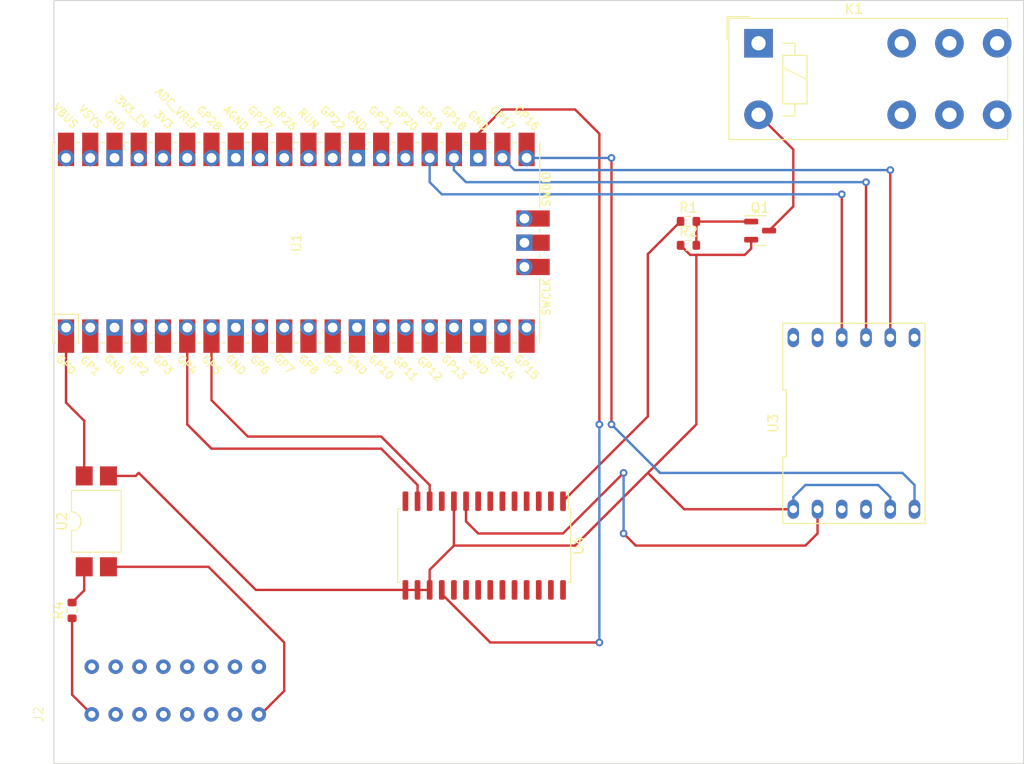
<source format=kicad_pcb>
(kicad_pcb (version 20221018) (generator pcbnew)
  (layers (0 "F.Cu" signal) (31 "B.Cu" signal) (34 "B.Paste" user) (35 "F.Paste" user) (36 "B.SilkS" user "B.Silkscreen") (37 "F.SilkS" user "F.Silkscreen") (38 "B.Mask" user) (39 "F.Mask" user) (44 "Edge.Cuts" user))
  (net 0 "")
  (net 1 "Net-(J2-io-Pad1)")
  (net 42 "Net-(J2-io-Pad8)")
  (net 49 "VCC")
  (net 50 "Net-(Q1-D)")
  (net 51 "Net-(Q1-G)")
  (net 52 "GND")
  (net 53 "Net-(U4-GPB0)")
  (net 54 "Net-(U1-GPIO0)")
  (net 55 "Net-(U1-GPIO4)")
  (net 56 "Net-(U1-GPIO5)")
  (net 57 "Net-(U4-~{RESET})")
  (net 58 "Net-(R4-Pad2)")
  (net 78 "Net-(U1-GPIO16)")
  (net 79 "Net-(U1-GPIO17)")
  (net 80 "Net-(U1-GPIO18)")
  (net 81 "Net-(U1-GPIO19)")
  (footprint "Resistor_SMD:R_0603_1608Metric" (layer "F.Cu") (at 51.435 103.315 90)
    (fp_text reference "R4" (at 0 -1.43 90) (layer "F.SilkS"))
    (fp_text value "R")
    (fp_line (start -0.237258 -0.5225) (end 0.237258 -0.5225) (stroke (width 0.12)) (layer "F.SilkS"))
    (fp_line (start -0.237258 0.5225) (end 0.237258 0.5225) (stroke (width 0.12)) (layer "F.SilkS"))
    (pad "1" smd roundrect (at -0.825 0 90) (size 0.8 0.95) (layers "F.Cu" "F.Paste" "F.Mask") (net 1 "Net-(J2-io-Pad1)"))
    (pad "2" smd roundrect (at 0.825 0 90) (size 0.8 0.95) (layers "F.Cu" "F.Paste" "F.Mask") (net 58 "Net-(R4-Pad2)"))
  )
  (footprint "pi_pico:RPi_Pico_SMD_TH" (layer "F.Cu") (at 74.93 64.77 90)
    (fp_text reference "U1" (at 0 0 90) (layer "F.SilkS"))
    (fp_text value "Pico")
    (fp_text user "GP4" (at -12.8 -11.43 135) (layer "F.SilkS") (effects (font (size 0.8 0.8))))
    (fp_text user "GP1" (at -12.9 -21.6 135) (layer "F.SilkS") (effects (font (size 0.8 0.8))))
    (fp_text user "SWCLK" (at -5.7 26.2 90) (layer "F.SilkS") (effects (font (size 0.8 0.8))))
    (fp_text user "GND" (at -12.8 19.05 135) (layer "F.SilkS") (effects (font (size 0.8 0.8))))
    (fp_text user "ADC_VREF" (at 14 -12.5 135) (layer "F.SilkS") (effects (font (size 0.8 0.8))))
    (fp_text user "3V3_EN" (at 13.7 -17.2 135) (layer "F.SilkS") (effects (font (size 0.8 0.8))))
    (fp_text user "3V3" (at 12.9 -13.9 135) (layer "F.SilkS") (effects (font (size 0.8 0.8))))
    (fp_text user "GP5" (at -12.8 -8.89 135) (layer "F.SilkS") (effects (font (size 0.8 0.8))))
    (fp_text user "GP9" (at -12.8 3.81 135) (layer "F.SilkS") (effects (font (size 0.8 0.8))))
    (fp_text user "GND" (at 12.8 19.05 135) (layer "F.SilkS") (effects (font (size 0.8 0.8))))
    (fp_text user "GP7" (at -12.7 -1.3 135) (layer "F.SilkS") (effects (font (size 0.8 0.8))))
    (fp_text user "GP16" (at 13.054 24.13 135) (layer "F.SilkS") (effects (font (size 0.8 0.8))))
    (fp_text user "SWDIO" (at 5.6 26.2 90) (layer "F.SilkS") (effects (font (size 0.8 0.8))))
    (fp_text user "VBUS" (at 13.3 -24.2 135) (layer "F.SilkS") (effects (font (size 0.8 0.8))))
    (fp_text user "GP19" (at 13.054 13.97 135) (layer "F.SilkS") (effects (font (size 0.8 0.8))))
    (fp_text user "GP21" (at 13.054 8.9 135) (layer "F.SilkS") (effects (font (size 0.8 0.8))))
    (fp_text user "GP18" (at 13.054 16.51 135) (layer "F.SilkS") (effects (font (size 0.8 0.8))))
    (fp_text user "GP3" (at -12.8 -13.97 135) (layer "F.SilkS") (effects (font (size 0.8 0.8))))
    (fp_text user "GND" (at -12.8 6.35 135) (layer "F.SilkS") (effects (font (size 0.8 0.8))))
    (fp_text user "GND" (at -12.8 -6.35 135) (layer "F.SilkS") (effects (font (size 0.8 0.8))))
    (fp_text user "GP28" (at 13.054 -9.144 135) (layer "F.SilkS") (effects (font (size 0.8 0.8))))
    (fp_text user "GP10" (at -13.054 8.89 135) (layer "F.SilkS") (effects (font (size 0.8 0.8))))
    (fp_text user "GP27" (at 13.054 -3.8 135) (layer "F.SilkS") (effects (font (size 0.8 0.8))))
    (fp_text user "GP15" (at -13.054 24.13 135) (layer "F.SilkS") (effects (font (size 0.8 0.8))))
    (fp_text user "GND" (at -12.8 -19.05 135) (layer "F.SilkS") (effects (font (size 0.8 0.8))))
    (fp_text user "GP14" (at -13.1 21.59 135) (layer "F.SilkS") (effects (font (size 0.8 0.8))))
    (fp_text user "GP11" (at -13.2 11.43 135) (layer "F.SilkS") (effects (font (size 0.8 0.8))))
    (fp_text user "GP2" (at -12.9 -16.51 135) (layer "F.SilkS") (effects (font (size 0.8 0.8))))
    (fp_text user "VSYS" (at 13.2 -21.59 135) (layer "F.SilkS") (effects (font (size 0.8 0.8))))
    (fp_text user "GP26" (at 13.054 -1.27 135) (layer "F.SilkS") (effects (font (size 0.8 0.8))))
    (fp_text user "GND" (at 12.8 6.35 135) (layer "F.SilkS") (effects (font (size 0.8 0.8))))
    (fp_text user "GP17" (at 13.054 21.59 135) (layer "F.SilkS") (effects (font (size 0.8 0.8))))
    (fp_text user "RUN" (at 13 1.27 135) (layer "F.SilkS") (effects (font (size 0.8 0.8))))
    (fp_text user "GP22" (at 13.054 3.81 135) (layer "F.SilkS") (effects (font (size 0.8 0.8))))
    (fp_text user "GP13" (at -13.054 16.51 135) (layer "F.SilkS") (effects (font (size 0.8 0.8))))
    (fp_text user "GP20" (at 13.054 11.43 135) (layer "F.SilkS") (effects (font (size 0.8 0.8))))
    (fp_text user "AGND" (at 13.054 -6.35 135) (layer "F.SilkS") (effects (font (size 0.8 0.8))))
    (fp_text user "GP8" (at -12.8 1.27 135) (layer "F.SilkS") (effects (font (size 0.8 0.8))))
    (fp_text user "GP6" (at -12.8 -3.81 135) (layer "F.SilkS") (effects (font (size 0.8 0.8))))
    (fp_text user "GND" (at 12.8 -19.05 135) (layer "F.SilkS") (effects (font (size 0.8 0.8))))
    (fp_text user "GP12" (at -13.2 13.97 135) (layer "F.SilkS") (effects (font (size 0.8 0.8))))
    (fp_text user "GP0" (at -12.8 -24.13 135) (layer "F.SilkS") (effects (font (size 0.8 0.8))))
    (fp_line (start -10.5 -25.5) (end -10.5 -25.2) (stroke (width 0.12)) (layer "F.SilkS"))
    (fp_line (start -10.5 -25.5) (end 10.5 -25.5) (stroke (width 0.12)) (layer "F.SilkS"))
    (fp_line (start -10.5 -23.1) (end -10.5 -22.7) (stroke (width 0.12)) (layer "F.SilkS"))
    (fp_line (start -10.5 -22.833) (end -7.493 -22.833) (stroke (width 0.12)) (layer "F.SilkS"))
    (fp_line (start -10.5 -20.5) (end -10.5 -20.1) (stroke (width 0.12)) (layer "F.SilkS"))
    (fp_line (start -10.5 -18) (end -10.5 -17.6) (stroke (width 0.12)) (layer "F.SilkS"))
    (fp_line (start -10.5 -15.4) (end -10.5 -15) (stroke (width 0.12)) (layer "F.SilkS"))
    (fp_line (start -10.5 -12.9) (end -10.5 -12.5) (stroke (width 0.12)) (layer "F.SilkS"))
    (fp_line (start -10.5 -10.4) (end -10.5 -10) (stroke (width 0.12)) (layer "F.SilkS"))
    (fp_line (start -10.5 -7.8) (end -10.5 -7.4) (stroke (width 0.12)) (layer "F.SilkS"))
    (fp_line (start -10.5 -5.3) (end -10.5 -4.9) (stroke (width 0.12)) (layer "F.SilkS"))
    (fp_line (start -10.5 -2.7) (end -10.5 -2.3) (stroke (width 0.12)) (layer "F.SilkS"))
    (fp_line (start -10.5 -0.2) (end -10.5 0.2) (stroke (width 0.12)) (layer "F.SilkS"))
    (fp_line (start -10.5 2.3) (end -10.5 2.7) (stroke (width 0.12)) (layer "F.SilkS"))
    (fp_line (start -10.5 4.9) (end -10.5 5.3) (stroke (width 0.12)) (layer "F.SilkS"))
    (fp_line (start -10.5 7.4) (end -10.5 7.8) (stroke (width 0.12)) (layer "F.SilkS"))
    (fp_line (start -10.5 10) (end -10.5 10.4) (stroke (width 0.12)) (layer "F.SilkS"))
    (fp_line (start -10.5 12.5) (end -10.5 12.9) (stroke (width 0.12)) (layer "F.SilkS"))
    (fp_line (start -10.5 15.1) (end -10.5 15.5) (stroke (width 0.12)) (layer "F.SilkS"))
    (fp_line (start -10.5 17.6) (end -10.5 18) (stroke (width 0.12)) (layer "F.SilkS"))
    (fp_line (start -10.5 20.1) (end -10.5 20.5) (stroke (width 0.12)) (layer "F.SilkS"))
    (fp_line (start -10.5 22.7) (end -10.5 23.1) (stroke (width 0.12)) (layer "F.SilkS"))
    (fp_line (start -7.493 -22.833) (end -7.493 -25.5) (stroke (width 0.12)) (layer "F.SilkS"))
    (fp_line (start -3.7 25.5) (end -10.5 25.5) (stroke (width 0.12)) (layer "F.SilkS"))
    (fp_line (start -1.5 25.5) (end -1.1 25.5) (stroke (width 0.12)) (layer "F.SilkS"))
    (fp_line (start 1.1 25.5) (end 1.5 25.5) (stroke (width 0.12)) (layer "F.SilkS"))
    (fp_line (start 10.5 -25.5) (end 10.5 -25.2) (stroke (width 0.12)) (layer "F.SilkS"))
    (fp_line (start 10.5 -23.1) (end 10.5 -22.7) (stroke (width 0.12)) (layer "F.SilkS"))
    (fp_line (start 10.5 -20.5) (end 10.5 -20.1) (stroke (width 0.12)) (layer "F.SilkS"))
    (fp_line (start 10.5 -18) (end 10.5 -17.6) (stroke (width 0.12)) (layer "F.SilkS"))
    (fp_line (start 10.5 -15.4) (end 10.5 -15) (stroke (width 0.12)) (layer "F.SilkS"))
    (fp_line (start 10.5 -12.9) (end 10.5 -12.5) (stroke (width 0.12)) (layer "F.SilkS"))
    (fp_line (start 10.5 -10.4) (end 10.5 -10) (stroke (width 0.12)) (layer "F.SilkS"))
    (fp_line (start 10.5 -7.8) (end 10.5 -7.4) (stroke (width 0.12)) (layer "F.SilkS"))
    (fp_line (start 10.5 -5.3) (end 10.5 -4.9) (stroke (width 0.12)) (layer "F.SilkS"))
    (fp_line (start 10.5 -2.7) (end 10.5 -2.3) (stroke (width 0.12)) (layer "F.SilkS"))
    (fp_line (start 10.5 -0.2) (end 10.5 0.2) (stroke (width 0.12)) (layer "F.SilkS"))
    (fp_line (start 10.5 2.3) (end 10.5 2.7) (stroke (width 0.12)) (layer "F.SilkS"))
    (fp_line (start 10.5 4.9) (end 10.5 5.3) (stroke (width 0.12)) (layer "F.SilkS"))
    (fp_line (start 10.5 7.4) (end 10.5 7.8) (stroke (width 0.12)) (layer "F.SilkS"))
    (fp_line (start 10.5 10) (end 10.5 10.4) (stroke (width 0.12)) (layer "F.SilkS"))
    (fp_line (start 10.5 12.5) (end 10.5 12.9) (stroke (width 0.12)) (layer "F.SilkS"))
    (fp_line (start 10.5 15.1) (end 10.5 15.5) (stroke (width 0.12)) (layer "F.SilkS"))
    (fp_line (start 10.5 17.6) (end 10.5 18) (stroke (width 0.12)) (layer "F.SilkS"))
    (fp_line (start 10.5 20.1) (end 10.5 20.5) (stroke (width 0.12)) (layer "F.SilkS"))
    (fp_line (start 10.5 22.7) (end 10.5 23.1) (stroke (width 0.12)) (layer "F.SilkS"))
    (fp_line (start 10.5 25.5) (end 3.7 25.5) (stroke (width 0.12)) (layer "F.SilkS"))
    (pad "" np_thru_hole oval (at -2.725 -24 90) (size 1.8 1.8) (drill 1.8) (layers "*.Cu" "*.Mask"))
    (pad "" np_thru_hole oval (at -2.425 -20.97 90) (size 1.5 1.5) (drill 1.5) (layers "*.Cu" "*.Mask"))
    (pad "" np_thru_hole oval (at 2.425 -20.97 90) (size 1.5 1.5) (drill 1.5) (layers "*.Cu" "*.Mask"))
    (pad "" np_thru_hole oval (at 2.725 -24 90) (size 1.8 1.8) (drill 1.8) (layers "*.Cu" "*.Mask"))
    (pad "1" thru_hole oval (at -8.89 -24.13 90) (size 1.7 1.7) (drill 1.02) (layers "*.Cu" "*.Mask") (net 54 "Net-(U1-GPIO0)"))
    (pad "1" smd rect (at -8.89 -24.13 90) (size 3.5 1.7) (drill (offset -0.9 0)) (layers "F.Cu" "F.Mask") (net 54 "Net-(U1-GPIO0)"))
    (pad "2" thru_hole oval (at -8.89 -21.59 90) (size 1.7 1.7) (drill 1.02) (layers "*.Cu" "*.Mask"))
    (pad "2" smd rect (at -8.89 -21.59 90) (size 3.5 1.7) (drill (offset -0.9 0)) (layers "F.Cu" "F.Mask"))
    (pad "3" thru_hole rect (at -8.89 -19.05 90) (size 1.7 1.7) (drill 1.02) (layers "*.Cu" "*.Mask"))
    (pad "3" smd rect (at -8.89 -19.05 90) (size 3.5 1.7) (drill (offset -0.9 0)) (layers "F.Cu" "F.Mask"))
    (pad "4" thru_hole oval (at -8.89 -16.51 90) (size 1.7 1.7) (drill 1.02) (layers "*.Cu" "*.Mask"))
    (pad "4" smd rect (at -8.89 -16.51 90) (size 3.5 1.7) (drill (offset -0.9 0)) (layers "F.Cu" "F.Mask"))
    (pad "5" thru_hole oval (at -8.89 -13.97 90) (size 1.7 1.7) (drill 1.02) (layers "*.Cu" "*.Mask"))
    (pad "5" smd rect (at -8.89 -13.97 90) (size 3.5 1.7) (drill (offset -0.9 0)) (layers "F.Cu" "F.Mask"))
    (pad "6" thru_hole oval (at -8.89 -11.43 90) (size 1.7 1.7) (drill 1.02) (layers "*.Cu" "*.Mask") (net 55 "Net-(U1-GPIO4)"))
    (pad "6" smd rect (at -8.89 -11.43 90) (size 3.5 1.7) (drill (offset -0.9 0)) (layers "F.Cu" "F.Mask") (net 55 "Net-(U1-GPIO4)"))
    (pad "7" thru_hole oval (at -8.89 -8.89 90) (size 1.7 1.7) (drill 1.02) (layers "*.Cu" "*.Mask") (net 56 "Net-(U1-GPIO5)"))
    (pad "7" smd rect (at -8.89 -8.89 90) (size 3.5 1.7) (drill (offset -0.9 0)) (layers "F.Cu" "F.Mask") (net 56 "Net-(U1-GPIO5)"))
    (pad "8" thru_hole rect (at -8.89 -6.35 90) (size 1.7 1.7) (drill 1.02) (layers "*.Cu" "*.Mask"))
    (pad "8" smd rect (at -8.89 -6.35 90) (size 3.5 1.7) (drill (offset -0.9 0)) (layers "F.Cu" "F.Mask"))
    (pad "9" thru_hole oval (at -8.89 -3.81 90) (size 1.7 1.7) (drill 1.02) (layers "*.Cu" "*.Mask"))
    (pad "9" smd rect (at -8.89 -3.81 90) (size 3.5 1.7) (drill (offset -0.9 0)) (layers "F.Cu" "F.Mask"))
    (pad "10" thru_hole oval (at -8.89 -1.27 90) (size 1.7 1.7) (drill 1.02) (layers "*.Cu" "*.Mask"))
    (pad "10" smd rect (at -8.89 -1.27 90) (size 3.5 1.7) (drill (offset -0.9 0)) (layers "F.Cu" "F.Mask"))
    (pad "11" thru_hole oval (at -8.89 1.27 90) (size 1.7 1.7) (drill 1.02) (layers "*.Cu" "*.Mask"))
    (pad "11" smd rect (at -8.89 1.27 90) (size 3.5 1.7) (drill (offset -0.9 0)) (layers "F.Cu" "F.Mask"))
    (pad "12" thru_hole oval (at -8.89 3.81 90) (size 1.7 1.7) (drill 1.02) (layers "*.Cu" "*.Mask"))
    (pad "12" smd rect (at -8.89 3.81 90) (size 3.5 1.7) (drill (offset -0.9 0)) (layers "F.Cu" "F.Mask"))
    (pad "13" thru_hole rect (at -8.89 6.35 90) (size 1.7 1.7) (drill 1.02) (layers "*.Cu" "*.Mask"))
    (pad "13" smd rect (at -8.89 6.35 90) (size 3.5 1.7) (drill (offset -0.9 0)) (layers "F.Cu" "F.Mask"))
    (pad "14" thru_hole oval (at -8.89 8.89 90) (size 1.7 1.7) (drill 1.02) (layers "*.Cu" "*.Mask"))
    (pad "14" smd rect (at -8.89 8.89 90) (size 3.5 1.7) (drill (offset -0.9 0)) (layers "F.Cu" "F.Mask"))
    (pad "15" thru_hole oval (at -8.89 11.43 90) (size 1.7 1.7) (drill 1.02) (layers "*.Cu" "*.Mask"))
    (pad "15" smd rect (at -8.89 11.43 90) (size 3.5 1.7) (drill (offset -0.9 0)) (layers "F.Cu" "F.Mask"))
    (pad "16" thru_hole oval (at -8.89 13.97 90) (size 1.7 1.7) (drill 1.02) (layers "*.Cu" "*.Mask"))
    (pad "16" smd rect (at -8.89 13.97 90) (size 3.5 1.7) (drill (offset -0.9 0)) (layers "F.Cu" "F.Mask"))
    (pad "17" thru_hole oval (at -8.89 16.51 90) (size 1.7 1.7) (drill 1.02) (layers "*.Cu" "*.Mask"))
    (pad "17" smd rect (at -8.89 16.51 90) (size 3.5 1.7) (drill (offset -0.9 0)) (layers "F.Cu" "F.Mask"))
    (pad "18" thru_hole rect (at -8.89 19.05 90) (size 1.7 1.7) (drill 1.02) (layers "*.Cu" "*.Mask"))
    (pad "18" smd rect (at -8.89 19.05 90) (size 3.5 1.7) (drill (offset -0.9 0)) (layers "F.Cu" "F.Mask"))
    (pad "19" thru_hole oval (at -8.89 21.59 90) (size 1.7 1.7) (drill 1.02) (layers "*.Cu" "*.Mask"))
    (pad "19" smd rect (at -8.89 21.59 90) (size 3.5 1.7) (drill (offset -0.9 0)) (layers "F.Cu" "F.Mask"))
    (pad "20" thru_hole oval (at -8.89 24.13 90) (size 1.7 1.7) (drill 1.02) (layers "*.Cu" "*.Mask"))
    (pad "20" smd rect (at -8.89 24.13 90) (size 3.5 1.7) (drill (offset -0.9 0)) (layers "F.Cu" "F.Mask"))
    (pad "21" thru_hole oval (at 8.89 24.13 90) (size 1.7 1.7) (drill 1.02) (layers "*.Cu" "*.Mask") (net 78 "Net-(U1-GPIO16)"))
    (pad "21" smd rect (at 8.89 24.13 90) (size 3.5 1.7) (drill (offset 0.9 0)) (layers "F.Cu" "F.Mask") (net 78 "Net-(U1-GPIO16)"))
    (pad "22" thru_hole oval (at 8.89 21.59 90) (size 1.7 1.7) (drill 1.02) (layers "*.Cu" "*.Mask") (net 79 "Net-(U1-GPIO17)"))
    (pad "22" smd rect (at 8.89 21.59 90) (size 3.5 1.7) (drill (offset 0.9 0)) (layers "F.Cu" "F.Mask") (net 79 "Net-(U1-GPIO17)"))
    (pad "23" thru_hole rect (at 8.89 19.05 90) (size 1.7 1.7) (drill 1.02) (layers "*.Cu" "*.Mask") (net 57 "Net-(U4-~{RESET})"))
    (pad "23" smd rect (at 8.89 19.05 90) (size 3.5 1.7) (drill (offset 0.9 0)) (layers "F.Cu" "F.Mask") (net 57 "Net-(U4-~{RESET})"))
    (pad "24" thru_hole oval (at 8.89 16.51 90) (size 1.7 1.7) (drill 1.02) (layers "*.Cu" "*.Mask") (net 80 "Net-(U1-GPIO18)"))
    (pad "24" smd rect (at 8.89 16.51 90) (size 3.5 1.7) (drill (offset 0.9 0)) (layers "F.Cu" "F.Mask") (net 80 "Net-(U1-GPIO18)"))
    (pad "25" thru_hole oval (at 8.89 13.97 90) (size 1.7 1.7) (drill 1.02) (layers "*.Cu" "*.Mask") (net 81 "Net-(U1-GPIO19)"))
    (pad "25" smd rect (at 8.89 13.97 90) (size 3.5 1.7) (drill (offset 0.9 0)) (layers "F.Cu" "F.Mask") (net 81 "Net-(U1-GPIO19)"))
    (pad "26" thru_hole oval (at 8.89 11.43 90) (size 1.7 1.7) (drill 1.02) (layers "*.Cu" "*.Mask"))
    (pad "26" smd rect (at 8.89 11.43 90) (size 3.5 1.7) (drill (offset 0.9 0)) (layers "F.Cu" "F.Mask"))
    (pad "27" thru_hole oval (at 8.89 8.89 90) (size 1.7 1.7) (drill 1.02) (layers "*.Cu" "*.Mask"))
    (pad "27" smd rect (at 8.89 8.89 90) (size 3.5 1.7) (drill (offset 0.9 0)) (layers "F.Cu" "F.Mask"))
    (pad "28" thru_hole rect (at 8.89 6.35 90) (size 1.7 1.7) (drill 1.02) (layers "*.Cu" "*.Mask"))
    (pad "28" smd rect (at 8.89 6.35 90) (size 3.5 1.7) (drill (offset 0.9 0)) (layers "F.Cu" "F.Mask"))
    (pad "29" thru_hole oval (at 8.89 3.81 90) (size 1.7 1.7) (drill 1.02) (layers "*.Cu" "*.Mask"))
    (pad "29" smd rect (at 8.89 3.81 90) (size 3.5 1.7) (drill (offset 0.9 0)) (layers "F.Cu" "F.Mask"))
    (pad "30" thru_hole oval (at 8.89 1.27 90) (size 1.7 1.7) (drill 1.02) (layers "*.Cu" "*.Mask"))
    (pad "30" smd rect (at 8.89 1.27 90) (size 3.5 1.7) (drill (offset 0.9 0)) (layers "F.Cu" "F.Mask"))
    (pad "31" thru_hole oval (at 8.89 -1.27 90) (size 1.7 1.7) (drill 1.02) (layers "*.Cu" "*.Mask"))
    (pad "31" smd rect (at 8.89 -1.27 90) (size 3.5 1.7) (drill (offset 0.9 0)) (layers "F.Cu" "F.Mask"))
    (pad "32" thru_hole oval (at 8.89 -3.81 90) (size 1.7 1.7) (drill 1.02) (layers "*.Cu" "*.Mask"))
    (pad "32" smd rect (at 8.89 -3.81 90) (size 3.5 1.7) (drill (offset 0.9 0)) (layers "F.Cu" "F.Mask"))
    (pad "33" thru_hole rect (at 8.89 -6.35 90) (size 1.7 1.7) (drill 1.02) (layers "*.Cu" "*.Mask"))
    (pad "33" smd rect (at 8.89 -6.35 90) (size 3.5 1.7) (drill (offset 0.9 0)) (layers "F.Cu" "F.Mask"))
    (pad "34" thru_hole oval (at 8.89 -8.89 90) (size 1.7 1.7) (drill 1.02) (layers "*.Cu" "*.Mask"))
    (pad "34" smd rect (at 8.89 -8.89 90) (size 3.5 1.7) (drill (offset 0.9 0)) (layers "F.Cu" "F.Mask"))
    (pad "35" thru_hole oval (at 8.89 -11.43 90) (size 1.7 1.7) (drill 1.02) (layers "*.Cu" "*.Mask"))
    (pad "35" smd rect (at 8.89 -11.43 90) (size 3.5 1.7) (drill (offset 0.9 0)) (layers "F.Cu" "F.Mask"))
    (pad "36" thru_hole oval (at 8.89 -13.97 90) (size 1.7 1.7) (drill 1.02) (layers "*.Cu" "*.Mask"))
    (pad "36" smd rect (at 8.89 -13.97 90) (size 3.5 1.7) (drill (offset 0.9 0)) (layers "F.Cu" "F.Mask"))
    (pad "37" thru_hole oval (at 8.89 -16.51 90) (size 1.7 1.7) (drill 1.02) (layers "*.Cu" "*.Mask"))
    (pad "37" smd rect (at 8.89 -16.51 90) (size 3.5 1.7) (drill (offset 0.9 0)) (layers "F.Cu" "F.Mask"))
    (pad "38" thru_hole rect (at 8.89 -19.05 90) (size 1.7 1.7) (drill 1.02) (layers "*.Cu" "*.Mask"))
    (pad "38" smd rect (at 8.89 -19.05 90) (size 3.5 1.7) (drill (offset 0.9 0)) (layers "F.Cu" "F.Mask"))
    (pad "39" thru_hole oval (at 8.89 -21.59 90) (size 1.7 1.7) (drill 1.02) (layers "*.Cu" "*.Mask"))
    (pad "39" smd rect (at 8.89 -21.59 90) (size 3.5 1.7) (drill (offset 0.9 0)) (layers "F.Cu" "F.Mask"))
    (pad "40" thru_hole oval (at 8.89 -24.13 90) (size 1.7 1.7) (drill 1.02) (layers "*.Cu" "*.Mask"))
    (pad "40" smd rect (at 8.89 -24.13 90) (size 3.5 1.7) (drill (offset 0.9 0)) (layers "F.Cu" "F.Mask"))
    (pad "41" thru_hole oval (at -2.54 23.9 90) (size 1.7 1.7) (drill 1.02) (layers "*.Cu" "*.Mask"))
    (pad "41" smd rect (at -2.54 23.9 180) (size 3.5 1.7) (drill (offset -0.9 0)) (layers "F.Cu" "F.Mask"))
    (pad "42" thru_hole rect (at 0 23.9 90) (size 1.7 1.7) (drill 1.02) (layers "*.Cu" "*.Mask") (net 52 "GND"))
    (pad "42" smd rect (at 0 23.9 180) (size 3.5 1.7) (drill (offset -0.9 0)) (layers "F.Cu" "F.Mask") (net 52 "GND"))
    (pad "43" thru_hole oval (at 2.54 23.9 90) (size 1.7 1.7) (drill 1.02) (layers "*.Cu" "*.Mask"))
    (pad "43" smd rect (at 2.54 23.9 180) (size 3.5 1.7) (drill (offset -0.9 0)) (layers "F.Cu" "F.Mask"))
  )
  (footprint "Package_DIP:SMDIP-4_W9.53mm" (layer "F.Cu") (at 53.975 93.98 90)
    (fp_text reference "U2" (at 0 -3.6 90) (layer "F.SilkS"))
    (fp_text value "LTV-817S")
    (fp_line (start -3.235 -2.6) (end -3.235 2.6) (stroke (width 0.12)) (layer "F.SilkS"))
    (fp_line (start -3.235 2.6) (end 3.235 2.6) (stroke (width 0.12)) (layer "F.SilkS"))
    (fp_line (start -1 -2.6) (end -3.235 -2.6) (stroke (width 0.12)) (layer "F.SilkS"))
    (fp_line (start 3.235 -2.6) (end 1 -2.6) (stroke (width 0.12)) (layer "F.SilkS"))
    (fp_line (start 3.235 2.6) (end 3.235 -2.6) (stroke (width 0.12)) (layer "F.SilkS"))
    (fp_arc (start 1 -2.6) (mid 0 -1.6) (end -1 -2.6) (stroke (width 0.12)) (layer "F.SilkS"))
    (pad "1" smd rect (at -4.765 -1.27 90) (size 2 1.78) (layers "F.Cu" "F.Paste" "F.Mask") (net 58 "Net-(R4-Pad2)"))
    (pad "2" smd rect (at -4.765 1.27 90) (size 2 1.78) (layers "F.Cu" "F.Paste" "F.Mask") (net 42 "Net-(J2-io-Pad8)"))
    (pad "3" smd rect (at 4.765 1.27 90) (size 2 1.78) (layers "F.Cu" "F.Paste" "F.Mask") (net 52 "GND"))
    (pad "4" smd rect (at 4.765 -1.27 90) (size 2 1.78) (layers "F.Cu" "F.Paste" "F.Mask") (net 54 "Net-(U1-GPIO0)"))
  )
  (footprint "Package_SO:SOIC-28W_7.5x17.9mm_P1.27mm" (layer "F.Cu") (at 94.615 96.52 -90)
    (fp_text reference "U4" (at 0 -9.9 90) (layer "F.SilkS"))
    (fp_text value "MCP23017_SO")
    (fp_line (start -3.86 -9.06) (end -3.86 -8.815) (stroke (width 0.12)) (layer "F.SilkS"))
    (fp_line (start -3.86 -8.815) (end -5.675 -8.815) (stroke (width 0.12)) (layer "F.SilkS"))
    (fp_line (start -3.86 9.06) (end -3.86 8.815) (stroke (width 0.12)) (layer "F.SilkS"))
    (fp_line (start 0 -9.06) (end -3.86 -9.06) (stroke (width 0.12)) (layer "F.SilkS"))
    (fp_line (start 0 -9.06) (end 3.86 -9.06) (stroke (width 0.12)) (layer "F.SilkS"))
    (fp_line (start 0 9.06) (end -3.86 9.06) (stroke (width 0.12)) (layer "F.SilkS"))
    (fp_line (start 0 9.06) (end 3.86 9.06) (stroke (width 0.12)) (layer "F.SilkS"))
    (fp_line (start 3.86 -9.06) (end 3.86 -8.815) (stroke (width 0.12)) (layer "F.SilkS"))
    (fp_line (start 3.86 9.06) (end 3.86 8.815) (stroke (width 0.12)) (layer "F.SilkS"))
    (pad "1" smd roundrect (at -4.65 -8.255 270) (size 2.05 0.6) (layers "F.Cu" "F.Paste" "F.Mask") (net 53 "Net-(U4-GPB0)"))
    (pad "2" smd roundrect (at -4.65 -6.985 270) (size 2.05 0.6) (layers "F.Cu" "F.Paste" "F.Mask"))
    (pad "3" smd roundrect (at -4.65 -5.715 270) (size 2.05 0.6) (layers "F.Cu" "F.Paste" "F.Mask"))
    (pad "4" smd roundrect (at -4.65 -4.445 270) (size 2.05 0.6) (layers "F.Cu" "F.Paste" "F.Mask"))
    (pad "5" smd roundrect (at -4.65 -3.175 270) (size 2.05 0.6) (layers "F.Cu" "F.Paste" "F.Mask"))
    (pad "6" smd roundrect (at -4.65 -1.905 270) (size 2.05 0.6) (layers "F.Cu" "F.Paste" "F.Mask"))
    (pad "7" smd roundrect (at -4.65 -0.635 270) (size 2.05 0.6) (layers "F.Cu" "F.Paste" "F.Mask"))
    (pad "8" smd roundrect (at -4.65 0.635 270) (size 2.05 0.6) (layers "F.Cu" "F.Paste" "F.Mask"))
    (pad "9" smd roundrect (at -4.65 1.905 270) (size 2.05 0.6) (layers "F.Cu" "F.Paste" "F.Mask") (net 49 "VCC"))
    (pad "10" smd roundrect (at -4.65 3.175 270) (size 2.05 0.6) (layers "F.Cu" "F.Paste" "F.Mask") (net 52 "GND"))
    (pad "11" smd roundrect (at -4.65 4.445 270) (size 2.05 0.6) (layers "F.Cu" "F.Paste" "F.Mask"))
    (pad "12" smd roundrect (at -4.65 5.715 270) (size 2.05 0.6) (layers "F.Cu" "F.Paste" "F.Mask") (net 56 "Net-(U1-GPIO5)"))
    (pad "13" smd roundrect (at -4.65 6.985 270) (size 2.05 0.6) (layers "F.Cu" "F.Paste" "F.Mask") (net 55 "Net-(U1-GPIO4)"))
    (pad "14" smd roundrect (at -4.65 8.255 270) (size 2.05 0.6) (layers "F.Cu" "F.Paste" "F.Mask"))
    (pad "15" smd roundrect (at 4.65 8.255 270) (size 2.05 0.6) (layers "F.Cu" "F.Paste" "F.Mask") (net 52 "GND"))
    (pad "16" smd roundrect (at 4.65 6.985 270) (size 2.05 0.6) (layers "F.Cu" "F.Paste" "F.Mask") (net 52 "GND"))
    (pad "17" smd roundrect (at 4.65 5.715 270) (size 2.05 0.6) (layers "F.Cu" "F.Paste" "F.Mask") (net 52 "GND"))
    (pad "18" smd roundrect (at 4.65 4.445 270) (size 2.05 0.6) (layers "F.Cu" "F.Paste" "F.Mask") (net 57 "Net-(U4-~{RESET})"))
    (pad "19" smd roundrect (at 4.65 3.175 270) (size 2.05 0.6) (layers "F.Cu" "F.Paste" "F.Mask"))
    (pad "20" smd roundrect (at 4.65 1.905 270) (size 2.05 0.6) (layers "F.Cu" "F.Paste" "F.Mask"))
    (pad "21" smd roundrect (at 4.65 0.635 270) (size 2.05 0.6) (layers "F.Cu" "F.Paste" "F.Mask"))
    (pad "22" smd roundrect (at 4.65 -0.635 270) (size 2.05 0.6) (layers "F.Cu" "F.Paste" "F.Mask"))
    (pad "23" smd roundrect (at 4.65 -1.905 270) (size 2.05 0.6) (layers "F.Cu" "F.Paste" "F.Mask"))
    (pad "24" smd roundrect (at 4.65 -3.175 270) (size 2.05 0.6) (layers "F.Cu" "F.Paste" "F.Mask"))
    (pad "25" smd roundrect (at 4.65 -4.445 270) (size 2.05 0.6) (layers "F.Cu" "F.Paste" "F.Mask"))
    (pad "26" smd roundrect (at 4.65 -5.715 270) (size 2.05 0.6) (layers "F.Cu" "F.Paste" "F.Mask"))
    (pad "27" smd roundrect (at 4.65 -6.985 270) (size 2.05 0.6) (layers "F.Cu" "F.Paste" "F.Mask"))
    (pad "28" smd roundrect (at 4.65 -8.255 270) (size 2.05 0.6) (layers "F.Cu" "F.Paste" "F.Mask"))
  )
  (footprint "Relay_THT:Relay_DPDT_Finder_40.52" (layer "F.Cu") (at 123.3575 43.855)
    (fp_text reference "K1" (at 10 -3.6) (layer "F.SilkS"))
    (fp_text value "FINDER-40.52")
    (fp_line (start -3.3 -0.4) (end -3.3 -2.8) (stroke (width 0.12)) (layer "F.SilkS"))
    (fp_line (start -3.1 -2.6) (end 26.1 -2.6) (stroke (width 0.12)) (layer "F.SilkS"))
    (fp_line (start -3.1 10.1) (end -3.1 -2.6) (stroke (width 0.12)) (layer "F.SilkS"))
    (fp_line (start -0.9 -2.8) (end -3.3 -2.8) (stroke (width 0.12)) (layer "F.SilkS"))
    (fp_line (start 2.54 0) (end 3.81 0) (stroke (width 0.12)) (layer "F.SilkS"))
    (fp_line (start 2.54 1.27) (end 3.81 1.27) (stroke (width 0.12)) (layer "F.SilkS"))
    (fp_line (start 2.54 2.54) (end 5.08 3.81) (stroke (width 0.12)) (layer "F.SilkS"))
    (fp_line (start 2.54 6.35) (end 2.54 1.27) (stroke (width 0.12)) (layer "F.SilkS"))
    (fp_line (start 3.81 0) (end 3.81 1.27) (stroke (width 0.12)) (layer "F.SilkS"))
    (fp_line (start 3.81 1.27) (end 5.08 1.27) (stroke (width 0.12)) (layer "F.SilkS"))
    (fp_line (start 3.81 6.35) (end 3.81 7.62) (stroke (width 0.12)) (layer "F.SilkS"))
    (fp_line (start 3.81 7.62) (end 2.54 7.62) (stroke (width 0.12)) (layer "F.SilkS"))
    (fp_line (start 5.08 1.27) (end 5.08 6.35) (stroke (width 0.12)) (layer "F.SilkS"))
    (fp_line (start 5.08 6.35) (end 2.54 6.35) (stroke (width 0.12)) (layer "F.SilkS"))
    (fp_line (start 26.1 -2.6) (end 26.1 -1.4) (stroke (width 0.12)) (layer "F.SilkS"))
    (fp_line (start 26.1 1.4) (end 26.1 6.1) (stroke (width 0.12)) (layer "F.SilkS"))
    (fp_line (start 26.1 8.9) (end 26.1 10.1) (stroke (width 0.12)) (layer "F.SilkS"))
    (fp_line (start 26.1 10.1) (end -3.1 10.1) (stroke (width 0.12)) (layer "F.SilkS"))
    (pad "11" thru_hole circle (at 20 0) (size 3 3) (drill 1.5) (layers "*.Cu" "*.Mask"))
    (pad "12" thru_hole circle (at 15 0) (size 3 3) (drill 1.5) (layers "*.Cu" "*.Mask"))
    (pad "14" thru_hole circle (at 25 0) (size 3 3) (drill 1.5) (layers "*.Cu" "*.Mask"))
    (pad "21" thru_hole circle (at 20 7.5) (size 3 3) (drill 1.5) (layers "*.Cu" "*.Mask"))
    (pad "22" thru_hole circle (at 15 7.5) (size 3 3) (drill 1.5) (layers "*.Cu" "*.Mask"))
    (pad "24" thru_hole circle (at 25 7.5) (size 3 3) (drill 1.5) (layers "*.Cu" "*.Mask"))
    (pad "A1" thru_hole rect (at 0 0) (size 3 3) (drill 1.5) (layers "*.Cu" "*.Mask") (net 49 "VCC"))
    (pad "A2" thru_hole circle (at 0 7.5) (size 3 3) (drill 1.5) (layers "*.Cu" "*.Mask") (net 50 "Net-(Q1-D)"))
  )
  (footprint "Resistor_SMD:R_0603_1608Metric" (layer "F.Cu") (at 116.015 62.53)
    (fp_text reference "R1" (at 0 -1.43) (layer "F.SilkS"))
    (fp_text value "100")
    (fp_line (start -0.237258 -0.5225) (end 0.237258 -0.5225) (stroke (width 0.12)) (layer "F.SilkS"))
    (fp_line (start -0.237258 0.5225) (end 0.237258 0.5225) (stroke (width 0.12)) (layer "F.SilkS"))
    (pad "1" smd roundrect (at -0.825 0) (size 0.8 0.95) (layers "F.Cu" "F.Paste" "F.Mask") (net 53 "Net-(U4-GPB0)"))
    (pad "2" smd roundrect (at 0.825 0) (size 0.8 0.95) (layers "F.Cu" "F.Paste" "F.Mask") (net 51 "Net-(Q1-G)"))
  )
  (footprint "parts_tma_1:w5500_spi_modul" (layer "F.Cu") (at 133.35 83.71)
    (fp_text reference "U3" (at -8.45 0 90) (layer "F.SilkS"))
    (fp_text value "~")
    (fp_line (start -7.45 -3.5) (end -7.09 -3.5) (stroke (width 0.12)) (layer "F.SilkS"))
    (fp_line (start -7.45 3.499999) (end -7.45 10.5) (stroke (width 0.12)) (layer "F.SilkS"))
    (fp_line (start -7.45 10.5) (end 7.449999 10.5) (stroke (width 0.12)) (layer "F.SilkS"))
    (fp_line (start -7.449999 -10.5) (end -7.45 -3.5) (stroke (width 0.12)) (layer "F.SilkS"))
    (fp_line (start -7.09 -3.5) (end -7.09 3.499999) (stroke (width 0.12)) (layer "F.SilkS"))
    (fp_line (start -7.09 3.499999) (end -7.45 3.499999) (stroke (width 0.12)) (layer "F.SilkS"))
    (fp_line (start 7.449999 10.5) (end 7.45 -10.5) (stroke (width 0.12)) (layer "F.SilkS"))
    (fp_line (start 7.45 -10.5) (end -7.449999 -10.5) (stroke (width 0.12)) (layer "F.SilkS"))
    (pad "1" thru_hole oval (at -6.35 9) (size 1.2 2) (drill 0.8) (layers "*.Cu" "*.Mask") (net 52 "GND"))
    (pad "2" thru_hole oval (at -3.81 9) (size 1.2 2) (drill 0.8) (layers "*.Cu" "*.Mask") (net 49 "VCC"))
    (pad "3" thru_hole oval (at -1.27 9) (size 1.2 2) (drill 0.8) (layers "*.Cu" "*.Mask"))
    (pad "4" thru_hole oval (at 1.27 9) (size 1.2 2) (drill 0.8) (layers "*.Cu" "*.Mask"))
    (pad "5" thru_hole oval (at 3.81 9) (size 1.2 2) (drill 0.8) (layers "*.Cu" "*.Mask") (net 52 "GND"))
    (pad "6" thru_hole oval (at 6.35 9) (size 1.2 2) (drill 0.8) (layers "*.Cu" "*.Mask") (net 78 "Net-(U1-GPIO16)"))
    (pad "7" thru_hole oval (at 6.35 -9) (size 1.2 2) (drill 0.8) (layers "*.Cu" "*.Mask"))
    (pad "8" thru_hole oval (at 3.81 -9) (size 1.2 2) (drill 0.8) (layers "*.Cu" "*.Mask") (net 79 "Net-(U1-GPIO17)"))
    (pad "9" thru_hole oval (at 1.27 -9) (size 1.2 2) (drill 0.8) (layers "*.Cu" "*.Mask") (net 80 "Net-(U1-GPIO18)"))
    (pad "10" thru_hole oval (at -1.27 -9) (size 1.2 2) (drill 0.8) (layers "*.Cu" "*.Mask") (net 81 "Net-(U1-GPIO19)"))
    (pad "11" thru_hole oval (at -3.81 -9) (size 1.2 2) (drill 0.8) (layers "*.Cu" "*.Mask"))
    (pad "12" thru_hole oval (at -6.35 -9) (size 1.2 2) (drill 0.8) (layers "*.Cu" "*.Mask"))
  )
  (footprint "Package_TO_SOT_SMD:SOT-23" (layer "F.Cu") (at 123.5225 63.5)
    (fp_text reference "Q1" (at 0 -2.4) (layer "F.SilkS"))
    (fp_text value "IRLML0030")
    (fp_line (start 0 -1.56) (end -1.675 -1.56) (stroke (width 0.12)) (layer "F.SilkS"))
    (fp_line (start 0 -1.56) (end 0.65 -1.56) (stroke (width 0.12)) (layer "F.SilkS"))
    (fp_line (start 0 1.56) (end -0.65 1.56) (stroke (width 0.12)) (layer "F.SilkS"))
    (fp_line (start 0 1.56) (end 0.65 1.56) (stroke (width 0.12)) (layer "F.SilkS"))
    (pad "1" smd roundrect (at -0.9375 -0.95) (size 1.475 0.6) (layers "F.Cu" "F.Paste" "F.Mask") (net 51 "Net-(Q1-G)"))
    (pad "2" smd roundrect (at -0.9375 0.95) (size 1.475 0.6) (layers "F.Cu" "F.Paste" "F.Mask") (net 52 "GND"))
    (pad "3" smd roundrect (at 0.9375 0) (size 1.475 0.6) (layers "F.Cu" "F.Paste" "F.Mask") (net 50 "Net-(Q1-D)"))
  )
  (footprint "Resistor_SMD:R_0603_1608Metric" (layer "F.Cu") (at 116.015 65.04)
    (fp_text reference "R2" (at 0 -1.43) (layer "F.SilkS"))
    (fp_text value "100k")
    (fp_line (start -0.237258 -0.5225) (end 0.237258 -0.5225) (stroke (width 0.12)) (layer "F.SilkS"))
    (fp_line (start -0.237258 0.5225) (end 0.237258 0.5225) (stroke (width 0.12)) (layer "F.SilkS"))
    (pad "1" smd roundrect (at -0.825 0) (size 0.8 0.95) (layers "F.Cu" "F.Paste" "F.Mask") (net 52 "GND"))
    (pad "2" smd roundrect (at 0.825 0) (size 0.8 0.95) (layers "F.Cu" "F.Paste" "F.Mask") (net 51 "Net-(Q1-G)"))
  )
  (footprint "parts_tma_1:AST041-08" (layer "F.Cu") (at 53.5 114.22 90)
    (fp_text reference "J2" (at 0 -5.58 90 unlocked) (layer "F.SilkS") (effects (font (thickness 0.1))))
    (fp_text value "~")
    (pad "1" thru_hole circle (at 0 0 90) (size 1.524 1.524) (drill 0.762) (layers "*.Cu" "*.Mask") (net 1 "Net-(J2-io-Pad1)"))
    (pad "2" thru_hole circle (at 0 2.5 90) (size 1.524 1.524) (drill 0.762) (layers "*.Cu" "*.Mask"))
    (pad "3" thru_hole circle (at 0 5 90) (size 1.524 1.524) (drill 0.762) (layers "*.Cu" "*.Mask"))
    (pad "4" thru_hole circle (at 0 7.5 90) (size 1.524 1.524) (drill 0.762) (layers "*.Cu" "*.Mask"))
    (pad "5" thru_hole circle (at 0 10 90) (size 1.524 1.524) (drill 0.762) (layers "*.Cu" "*.Mask"))
    (pad "6" thru_hole circle (at 0 12.5 90) (size 1.524 1.524) (drill 0.762) (layers "*.Cu" "*.Mask"))
    (pad "7" thru_hole circle (at 0 15 90) (size 1.524 1.524) (drill 0.762) (layers "*.Cu" "*.Mask"))
    (pad "8" thru_hole circle (at 0 17.5 90) (size 1.524 1.524) (drill 0.762) (layers "*.Cu" "*.Mask") (net 42 "Net-(J2-io-Pad8)"))
    (pad "9" thru_hole circle (at 5 17.5 90) (size 1.524 1.524) (drill 0.762) (layers "*.Cu" "*.Mask"))
    (pad "10" thru_hole circle (at 5 15 90) (size 1.524 1.524) (drill 0.762) (layers "*.Cu" "*.Mask"))
    (pad "11" thru_hole circle (at 5 12.5 90) (size 1.524 1.524) (drill 0.762) (layers "*.Cu" "*.Mask"))
    (pad "12" thru_hole circle (at 5 10 90) (size 1.524 1.524) (drill 0.762) (layers "*.Cu" "*.Mask"))
    (pad "13" thru_hole circle (at 5 7.5 90) (size 1.524 1.524) (drill 0.762) (layers "*.Cu" "*.Mask"))
    (pad "14" thru_hole circle (at 5 5 90) (size 1.524 1.524) (drill 0.762) (layers "*.Cu" "*.Mask"))
    (pad "15" thru_hole circle (at 5 2.5 90) (size 1.524 1.524) (drill 0.762) (layers "*.Cu" "*.Mask"))
    (pad "16" thru_hole circle (at 5 0 90) (size 1.524 1.524) (drill 0.762) (layers "*.Cu" "*.Mask"))
  )
  (gr_rect (start 49.53 39.37) (end 151.13 119.38) (stroke (width 0.1)) (fill none) (layer "Edge.Cuts"))
  (segment (start 51.435 104.14) (end 51.435 112.155) (width 0.25) (layer "F.Cu") (net 1))
  (segment (start 51.435 112.155) (end 53.5 114.22) (width 0.25) (layer "F.Cu") (net 1))
  (segment (start 73.66 106.68) (end 73.66 111.76) (width 0.25) (layer "F.Cu") (net 42))
  (segment (start 71.12 114.3) (end 71.04 114.22) (width 0.25) (layer "F.Cu") (net 42))
  (segment (start 65.725 98.745) (end 73.66 106.68) (width 0.25) (layer "F.Cu") (net 42))
  (segment (start 73.66 111.76) (end 71.12 114.3) (width 0.25) (layer "F.Cu") (net 42))
  (segment (start 71.04 114.22) (end 71 114.22) (width 0.25) (layer "F.Cu") (net 42))
  (segment (start 55.245 98.745) (end 65.725 98.745) (width 0.25) (layer "F.Cu") (net 42))
  (segment (start 92.71 91.87) (end 92.71 93.98) (width 0.25) (layer "F.Cu") (net 49))
  (segment (start 129.54 92.71) (end 129.54 95.25) (width 0.25) (layer "F.Cu") (net 49))
  (segment (start 129.54 95.25) (end 128.27 96.52) (width 0.25) (layer "F.Cu") (net 49))
  (segment (start 92.71 93.98) (end 93.98 95.25) (width 0.25) (layer "F.Cu") (net 49))
  (segment (start 110.49 96.52) (end 109.22 95.25) (width 0.25) (layer "F.Cu") (net 49))
  (segment (start 102.87 95.25) (end 109.22 88.9) (width 0.25) (layer "F.Cu") (net 49))
  (segment (start 93.98 95.25) (end 102.87 95.25) (width 0.25) (layer "F.Cu") (net 49))
  (segment (start 128.27 96.52) (end 110.49 96.52) (width 0.25) (layer "F.Cu") (net 49))
  (via (at 109.22 95.25) (size 0.8) (drill 0.4) (layers "F.Cu" "B.Cu") (net 49))
  (via (at 109.22 88.9) (size 0.8) (drill 0.4) (layers "F.Cu" "B.Cu") (net 49))
  (segment (start 109.22 88.9) (end 109.22 95.25) (width 0.25) (layer "B.Cu") (net 49))
  (segment (start 123.3575 51.355) (end 127 54.9975) (width 0.25) (layer "F.Cu") (net 50))
  (segment (start 127 60.96) (end 124.46 63.5) (width 0.25) (layer "F.Cu") (net 50))
  (segment (start 127 54.9975) (end 127 60.96) (width 0.25) (layer "F.Cu") (net 50))
  (segment (start 116.86 62.55) (end 116.84 62.53) (width 0.25) (layer "F.Cu") (net 51))
  (segment (start 116.84 62.53) (end 116.84 65.04) (width 0.25) (layer "F.Cu") (net 51))
  (segment (start 122.585 62.55) (end 116.86 62.55) (width 0.25) (layer "F.Cu") (net 51))
  (segment (start 91.44 96.52) (end 104.14 96.52) (width 0.25) (layer "F.Cu") (net 52))
  (segment (start 116.19 66.04) (end 121.92 66.04) (width 0.25) (layer "F.Cu") (net 52))
  (segment (start 104.14 96.52) (end 116.84 83.82) (width 0.25) (layer "F.Cu") (net 52))
  (segment (start 88.9 101.17) (end 88.9 99.06) (width 0.25) (layer "F.Cu") (net 52))
  (segment (start 86.36 101.17) (end 87.63 101.17) (width 0.25) (layer "F.Cu") (net 52))
  (segment (start 58.42 88.9) (end 58.105 89.215) (width 0.25) (layer "F.Cu") (net 52))
  (segment (start 58.105 89.215) (end 55.245 89.215) (width 0.25) (layer "F.Cu") (net 52))
  (segment (start 86.36 101.17) (end 70.69 101.17) (width 0.25) (layer "F.Cu") (net 52))
  (segment (start 127 92.71) (end 115.57 92.71) (width 0.25) (layer "F.Cu") (net 52))
  (segment (start 88.9 99.06) (end 91.44 96.52) (width 0.25) (layer "F.Cu") (net 52))
  (segment (start 122.585 65.375) (end 122.585 64.45) (width 0.25) (layer "F.Cu") (net 52))
  (segment (start 115.19 65.04) (end 116.19 66.04) (width 0.25) (layer "F.Cu") (net 52))
  (segment (start 115.57 92.71) (end 111.76 88.9) (width 0.25) (layer "F.Cu") (net 52))
  (segment (start 121.92 66.04) (end 122.585 65.375) (width 0.25) (layer "F.Cu") (net 52))
  (segment (start 91.44 91.87) (end 91.44 96.52) (width 0.25) (layer "F.Cu") (net 52))
  (segment (start 116.84 83.82) (end 116.84 66.04) (width 0.25) (layer "F.Cu") (net 52))
  (segment (start 70.69 101.17) (end 58.42 88.9) (width 0.25) (layer "F.Cu") (net 52))
  (segment (start 88.9 101.17) (end 87.63 101.17) (width 0.25) (layer "F.Cu") (net 52))
  (segment (start 137.16 91.44) (end 135.89 90.17) (width 0.25) (layer "B.Cu") (net 52))
  (segment (start 137.16 92.71) (end 137.16 91.44) (width 0.25) (layer "B.Cu") (net 52))
  (segment (start 128.27 90.17) (end 127 91.44) (width 0.25) (layer "B.Cu") (net 52))
  (segment (start 127 91.44) (end 127 92.71) (width 0.25) (layer "B.Cu") (net 52))
  (segment (start 135.89 90.17) (end 128.27 90.17) (width 0.25) (layer "B.Cu") (net 52))
  (segment (start 111.76 82.98) (end 111.76 65.96) (width 0.25) (layer "F.Cu") (net 53))
  (segment (start 111.76 65.96) (end 115.19 62.53) (width 0.25) (layer "F.Cu") (net 53))
  (segment (start 102.87 91.87) (end 111.76 82.98) (width 0.25) (layer "F.Cu") (net 53))
  (segment (start 52.705 83.44) (end 51.435 82.17) (width 0.25) (layer "F.Cu") (net 54))
  (segment (start 52.705 89.215) (end 52.705 83.44) (width 0.25) (layer "F.Cu") (net 54))
  (segment (start 50.8 73.66) (end 50.8 81.535) (width 0.25) (layer "F.Cu") (net 54))
  (segment (start 50.8 81.535) (end 51.435 82.17) (width 0.25) (layer "F.Cu") (net 54))
  (segment (start 66.04 86.36) (end 63.5 83.82) (width 0.25) (layer "F.Cu") (net 55))
  (segment (start 87.63 90.17) (end 83.82 86.36) (width 0.25) (layer "F.Cu") (net 55))
  (segment (start 83.82 86.36) (end 66.04 86.36) (width 0.25) (layer "F.Cu") (net 55))
  (segment (start 63.5 83.82) (end 63.5 73.66) (width 0.25) (layer "F.Cu") (net 55))
  (segment (start 87.63 91.87) (end 87.63 90.17) (width 0.25) (layer "F.Cu") (net 55))
  (segment (start 69.85 85.09) (end 66.04 81.28) (width 0.25) (layer "F.Cu") (net 56))
  (segment (start 83.82 85.09) (end 69.85 85.09) (width 0.25) (layer "F.Cu") (net 56))
  (segment (start 88.9 90.17) (end 83.82 85.09) (width 0.25) (layer "F.Cu") (net 56))
  (segment (start 66.04 81.28) (end 66.04 73.66) (width 0.25) (layer "F.Cu") (net 56))
  (segment (start 88.9 91.87) (end 88.9 90.17) (width 0.25) (layer "F.Cu") (net 56))
  (segment (start 93.98 55.88) (end 93.98 53.34) (width 0.25) (layer "F.Cu") (net 57))
  (segment (start 106.68 53.34) (end 106.68 83.82) (width 0.25) (layer "F.Cu") (net 57))
  (segment (start 90.17 101.17) (end 90.17 101.596751) (width 0.25) (layer "F.Cu") (net 57))
  (segment (start 93.98 53.34) (end 96.52 50.8) (width 0.25) (layer "F.Cu") (net 57))
  (segment (start 90.17 101.596751) (end 95.253249 106.68) (width 0.25) (layer "F.Cu") (net 57))
  (segment (start 104.14 50.8) (end 106.68 53.34) (width 0.25) (layer "F.Cu") (net 57))
  (segment (start 95.253249 106.68) (end 106.68 106.68) (width 0.25) (layer "F.Cu") (net 57))
  (segment (start 96.52 50.8) (end 104.14 50.8) (width 0.25) (layer "F.Cu") (net 57))
  (via (at 106.68 106.68) (size 0.8) (drill 0.4) (layers "F.Cu" "B.Cu") (net 57))
  (via (at 106.68 83.82) (size 0.8) (drill 0.4) (layers "F.Cu" "B.Cu") (net 57))
  (segment (start 106.68 83.82) (end 106.68 106.68) (width 0.25) (layer "B.Cu") (net 57))
  (segment (start 52.705 101.22) (end 51.435 102.49) (width 0.25) (layer "F.Cu") (net 58))
  (segment (start 52.705 98.745) (end 52.705 101.22) (width 0.25) (layer "F.Cu") (net 58))
  (segment (start 107.95 83.82) (end 107.95 55.88) (width 0.25) (layer "F.Cu") (net 78))
  (via (at 107.95 55.88) (size 0.8) (drill 0.4) (layers "F.Cu" "B.Cu") (net 78))
  (via (at 107.95 83.82) (size 0.8) (drill 0.4) (layers "F.Cu" "B.Cu") (net 78))
  (segment (start 107.95 55.88) (end 99.06 55.88) (width 0.25) (layer "B.Cu") (net 78))
  (segment (start 139.7 92.71) (end 139.7 90.17) (width 0.25) (layer "B.Cu") (net 78))
  (segment (start 113.03 88.9) (end 107.95 83.82) (width 0.25) (layer "B.Cu") (net 78))
  (segment (start 139.7 90.17) (end 138.43 88.9) (width 0.25) (layer "B.Cu") (net 78))
  (segment (start 138.43 88.9) (end 113.03 88.9) (width 0.25) (layer "B.Cu") (net 78))
  (segment (start 137.16 57.15) (end 137.16 74.71) (width 0.25) (layer "F.Cu") (net 79))
  (via (at 137.16 57.15) (size 0.8) (drill 0.4) (layers "F.Cu" "B.Cu") (net 79))
  (segment (start 97.79 57.15) (end 137.16 57.15) (width 0.25) (layer "B.Cu") (net 79))
  (segment (start 96.52 55.88) (end 97.79 57.15) (width 0.25) (layer "B.Cu") (net 79))
  (segment (start 134.62 58.42) (end 134.62 74.71) (width 0.25) (layer "F.Cu") (net 80))
  (via (at 134.62 58.42) (size 0.8) (drill 0.4) (layers "F.Cu" "B.Cu") (net 80))
  (segment (start 91.44 55.88) (end 91.44 57.15) (width 0.25) (layer "B.Cu") (net 80))
  (segment (start 92.71 58.42) (end 134.62 58.42) (width 0.25) (layer "B.Cu") (net 80))
  (segment (start 91.44 57.15) (end 92.71 58.42) (width 0.25) (layer "B.Cu") (net 80))
  (segment (start 132.08 59.69) (end 132.08 74.71) (width 0.25) (layer "F.Cu") (net 81))
  (via (at 132.08 59.69) (size 0.8) (drill 0.4) (layers "F.Cu" "B.Cu") (net 81))
  (segment (start 88.9 58.42) (end 90.17 59.69) (width 0.25) (layer "B.Cu") (net 81))
  (segment (start 88.9 55.88) (end 88.9 58.42) (width 0.25) (layer "B.Cu") (net 81))
  (segment (start 90.17 59.69) (end 132.08 59.69) (width 0.25) (layer "B.Cu") (net 81))
)
</source>
